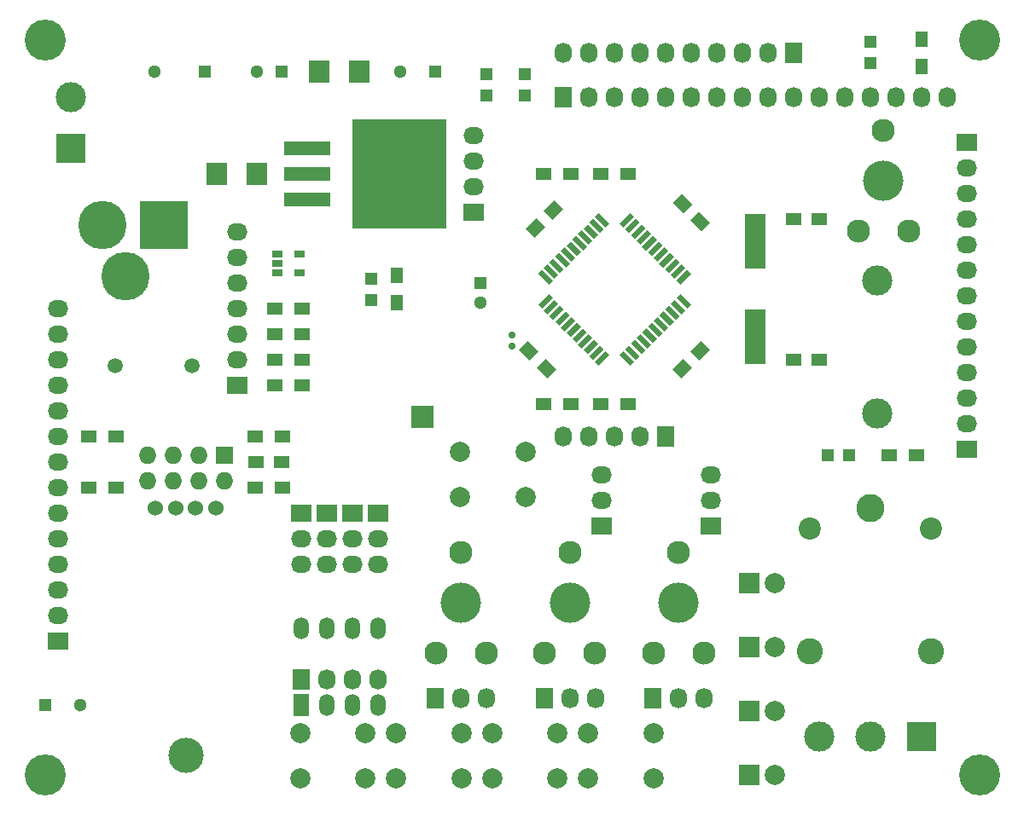
<source format=gbr>
G04 #@! TF.FileFunction,Soldermask,Top*
%FSLAX46Y46*%
G04 Gerber Fmt 4.6, Leading zero omitted, Abs format (unit mm)*
G04 Created by KiCad (PCBNEW 4.0.2-stable) date 01/06/2016 13:38:34*
%MOMM*%
G01*
G04 APERTURE LIST*
%ADD10C,0.100000*%
%ADD11C,0.700000*%
%ADD12C,1.524000*%
%ADD13C,3.500000*%
%ADD14R,1.198880X1.198880*%
%ADD15C,1.998980*%
%ADD16R,1.727200X2.032000*%
%ADD17O,1.727200X2.032000*%
%ADD18R,1.500000X1.250000*%
%ADD19R,1.300000X1.300000*%
%ADD20C,1.300000*%
%ADD21R,2.032000X1.727200*%
%ADD22O,2.032000X1.727200*%
%ADD23C,4.800600*%
%ADD24R,4.800600X4.800600*%
%ADD25R,2.000000X2.000000*%
%ADD26C,2.000000*%
%ADD27R,1.500000X1.300000*%
%ADD28R,1.300000X1.500000*%
%ADD29R,1.060000X0.650000*%
%ADD30R,1.727200X1.727200*%
%ADD31O,1.727200X1.727200*%
%ADD32R,4.600000X1.390000*%
%ADD33R,9.400000X10.800000*%
%ADD34R,2.235200X2.235200*%
%ADD35C,2.300000*%
%ADD36C,4.000000*%
%ADD37R,1.998980X2.301240*%
%ADD38C,4.064000*%
%ADD39C,3.000000*%
%ADD40C,1.500000*%
%ADD41R,1.498600X2.197100*%
%ADD42O,1.498600X2.197100*%
%ADD43R,2.999740X2.999740*%
%ADD44C,2.999740*%
%ADD45C,2.200000*%
%ADD46C,2.600000*%
%ADD47C,2.800000*%
%ADD48R,1.998980X5.499100*%
G04 APERTURE END LIST*
D10*
D11*
X160610000Y-98340000D03*
X160610000Y-97240000D03*
D12*
X131270000Y-114475000D03*
X129270000Y-114475000D03*
X127270000Y-114475000D03*
X125270000Y-114475000D03*
D13*
X128270000Y-138975000D03*
D14*
X161925000Y-71340980D03*
X161925000Y-73439020D03*
X158115000Y-71340980D03*
X158115000Y-73439020D03*
D15*
X139623800Y-141315440D03*
X146126200Y-136814560D03*
X139623800Y-136814560D03*
X146126200Y-141315440D03*
D16*
X139700000Y-131445000D03*
D17*
X142240000Y-131445000D03*
X144780000Y-131445000D03*
X147320000Y-131445000D03*
D18*
X137775000Y-109855000D03*
X135275000Y-109855000D03*
X188615000Y-99695000D03*
X191115000Y-99695000D03*
X191115000Y-85725000D03*
X188615000Y-85725000D03*
D10*
G36*
X176578845Y-84117729D02*
X177462729Y-83233845D01*
X178523389Y-84294505D01*
X177639505Y-85178389D01*
X176578845Y-84117729D01*
X176578845Y-84117729D01*
G37*
G36*
X178346611Y-85885495D02*
X179230495Y-85001611D01*
X180291155Y-86062271D01*
X179407271Y-86946155D01*
X178346611Y-85885495D01*
X178346611Y-85885495D01*
G37*
G36*
X162857729Y-87581155D02*
X161973845Y-86697271D01*
X163034505Y-85636611D01*
X163918389Y-86520495D01*
X162857729Y-87581155D01*
X162857729Y-87581155D01*
G37*
G36*
X164625495Y-85813389D02*
X163741611Y-84929505D01*
X164802271Y-83868845D01*
X165686155Y-84752729D01*
X164625495Y-85813389D01*
X164625495Y-85813389D01*
G37*
G36*
X165051155Y-100667271D02*
X164167271Y-101551155D01*
X163106611Y-100490495D01*
X163990495Y-99606611D01*
X165051155Y-100667271D01*
X165051155Y-100667271D01*
G37*
G36*
X163283389Y-98899505D02*
X162399505Y-99783389D01*
X161338845Y-98722729D01*
X162222729Y-97838845D01*
X163283389Y-98899505D01*
X163283389Y-98899505D01*
G37*
G36*
X177462729Y-101551155D02*
X176578845Y-100667271D01*
X177639505Y-99606611D01*
X178523389Y-100490495D01*
X177462729Y-101551155D01*
X177462729Y-101551155D01*
G37*
G36*
X179230495Y-99783389D02*
X178346611Y-98899505D01*
X179407271Y-97838845D01*
X180291155Y-98722729D01*
X179230495Y-99783389D01*
X179230495Y-99783389D01*
G37*
D19*
X130175000Y-71120000D03*
D20*
X125175000Y-71120000D03*
X117800000Y-133985000D03*
D19*
X114300000Y-133985000D03*
D20*
X135295000Y-71120000D03*
D19*
X137795000Y-71120000D03*
D20*
X149535000Y-71120000D03*
D19*
X153035000Y-71120000D03*
X157480000Y-92075000D03*
D20*
X157480000Y-94075000D03*
D21*
X156845000Y-85090000D03*
D22*
X156845000Y-82550000D03*
X156845000Y-80010000D03*
X156845000Y-77470000D03*
D21*
X139700000Y-114935000D03*
D22*
X139700000Y-117475000D03*
X139700000Y-120015000D03*
D23*
X120015000Y-86360000D03*
D24*
X126111000Y-86360000D03*
D23*
X122301000Y-91440000D03*
D21*
X205740000Y-78105000D03*
D22*
X205740000Y-80645000D03*
X205740000Y-83185000D03*
X205740000Y-85725000D03*
X205740000Y-88265000D03*
X205740000Y-90805000D03*
X205740000Y-93345000D03*
X205740000Y-95885000D03*
X205740000Y-98425000D03*
D21*
X115570000Y-127635000D03*
D22*
X115570000Y-125095000D03*
X115570000Y-122555000D03*
X115570000Y-120015000D03*
X115570000Y-117475000D03*
X115570000Y-114935000D03*
X115570000Y-112395000D03*
X115570000Y-109855000D03*
X115570000Y-107315000D03*
X115570000Y-104775000D03*
X115570000Y-102235000D03*
X115570000Y-99695000D03*
X115570000Y-97155000D03*
X115570000Y-94615000D03*
D16*
X188595000Y-69215000D03*
D17*
X186055000Y-69215000D03*
X183515000Y-69215000D03*
X180975000Y-69215000D03*
X178435000Y-69215000D03*
X175895000Y-69215000D03*
X173355000Y-69215000D03*
X170815000Y-69215000D03*
X168275000Y-69215000D03*
X165735000Y-69215000D03*
D21*
X205740000Y-108585000D03*
D22*
X205740000Y-106045000D03*
X205740000Y-103505000D03*
X205740000Y-100965000D03*
D16*
X165735000Y-73660000D03*
D17*
X168275000Y-73660000D03*
X170815000Y-73660000D03*
X173355000Y-73660000D03*
X175895000Y-73660000D03*
X178435000Y-73660000D03*
X180975000Y-73660000D03*
X183515000Y-73660000D03*
X186055000Y-73660000D03*
X188595000Y-73660000D03*
X191135000Y-73660000D03*
X193675000Y-73660000D03*
X196215000Y-73660000D03*
X198755000Y-73660000D03*
X201295000Y-73660000D03*
X203835000Y-73660000D03*
D14*
X194089020Y-109220000D03*
X191990980Y-109220000D03*
X146685000Y-91660980D03*
X146685000Y-93759020D03*
X196215000Y-68165980D03*
X196215000Y-70264020D03*
D25*
X184150000Y-140970000D03*
D26*
X186690000Y-140970000D03*
D25*
X184150000Y-134620000D03*
D26*
X186690000Y-134620000D03*
D25*
X184150000Y-128270000D03*
D26*
X186690000Y-128270000D03*
D25*
X184150000Y-121920000D03*
D26*
X186690000Y-121920000D03*
D21*
X142240000Y-114935000D03*
D22*
X142240000Y-117475000D03*
X142240000Y-120015000D03*
D16*
X153035000Y-133350000D03*
D17*
X155575000Y-133350000D03*
X158115000Y-133350000D03*
D16*
X163830000Y-133350000D03*
D17*
X166370000Y-133350000D03*
X168910000Y-133350000D03*
D16*
X174625000Y-133350000D03*
D17*
X177165000Y-133350000D03*
X179705000Y-133350000D03*
D21*
X169545000Y-116205000D03*
D22*
X169545000Y-113665000D03*
X169545000Y-111125000D03*
D21*
X180340000Y-116205000D03*
D22*
X180340000Y-113665000D03*
X180340000Y-111125000D03*
D27*
X198040000Y-109220000D03*
X200740000Y-109220000D03*
X121365000Y-107315000D03*
X118665000Y-107315000D03*
X121365000Y-112395000D03*
X118665000Y-112395000D03*
X135175000Y-107315000D03*
X137875000Y-107315000D03*
X139780000Y-102235000D03*
X137080000Y-102235000D03*
X135175000Y-112395000D03*
X137875000Y-112395000D03*
X137080000Y-97155000D03*
X139780000Y-97155000D03*
X137080000Y-99695000D03*
X139780000Y-99695000D03*
X137080000Y-94615000D03*
X139780000Y-94615000D03*
D28*
X149225000Y-94060000D03*
X149225000Y-91360000D03*
D27*
X172165000Y-81280000D03*
X169465000Y-81280000D03*
X163750000Y-81280000D03*
X166450000Y-81280000D03*
X163750000Y-104140000D03*
X166450000Y-104140000D03*
X169465000Y-104140000D03*
X172165000Y-104140000D03*
D28*
X201295000Y-67865000D03*
X201295000Y-70565000D03*
D29*
X137330000Y-89220000D03*
X137330000Y-90170000D03*
X137330000Y-91120000D03*
X139530000Y-91120000D03*
X139530000Y-89220000D03*
D30*
X132080000Y-109220000D03*
D31*
X132080000Y-111760000D03*
X129540000Y-109220000D03*
X129540000Y-111760000D03*
X127000000Y-109220000D03*
X127000000Y-111760000D03*
X124460000Y-109220000D03*
X124460000Y-111760000D03*
D32*
X140335000Y-81280000D03*
D33*
X149485000Y-81280000D03*
D32*
X140335000Y-83820000D03*
X140335000Y-78740000D03*
D10*
G36*
X168888134Y-85515188D02*
X169277042Y-85126280D01*
X170337702Y-86186940D01*
X169948794Y-86575848D01*
X168888134Y-85515188D01*
X168888134Y-85515188D01*
G37*
G36*
X168322449Y-86080874D02*
X168711357Y-85691966D01*
X169772017Y-86752626D01*
X169383109Y-87141534D01*
X168322449Y-86080874D01*
X168322449Y-86080874D01*
G37*
G36*
X167756764Y-86646559D02*
X168145672Y-86257651D01*
X169206332Y-87318311D01*
X168817424Y-87707219D01*
X167756764Y-86646559D01*
X167756764Y-86646559D01*
G37*
G36*
X167191078Y-87212244D02*
X167579986Y-86823336D01*
X168640646Y-87883996D01*
X168251738Y-88272904D01*
X167191078Y-87212244D01*
X167191078Y-87212244D01*
G37*
G36*
X166625393Y-87777930D02*
X167014301Y-87389022D01*
X168074961Y-88449682D01*
X167686053Y-88838590D01*
X166625393Y-87777930D01*
X166625393Y-87777930D01*
G37*
G36*
X166059707Y-88343615D02*
X166448615Y-87954707D01*
X167509275Y-89015367D01*
X167120367Y-89404275D01*
X166059707Y-88343615D01*
X166059707Y-88343615D01*
G37*
G36*
X165494022Y-88909301D02*
X165882930Y-88520393D01*
X166943590Y-89581053D01*
X166554682Y-89969961D01*
X165494022Y-88909301D01*
X165494022Y-88909301D01*
G37*
G36*
X164928336Y-89474986D02*
X165317244Y-89086078D01*
X166377904Y-90146738D01*
X165988996Y-90535646D01*
X164928336Y-89474986D01*
X164928336Y-89474986D01*
G37*
G36*
X164362651Y-90040672D02*
X164751559Y-89651764D01*
X165812219Y-90712424D01*
X165423311Y-91101332D01*
X164362651Y-90040672D01*
X164362651Y-90040672D01*
G37*
G36*
X163796966Y-90606357D02*
X164185874Y-90217449D01*
X165246534Y-91278109D01*
X164857626Y-91667017D01*
X163796966Y-90606357D01*
X163796966Y-90606357D01*
G37*
G36*
X163231280Y-91172042D02*
X163620188Y-90783134D01*
X164680848Y-91843794D01*
X164291940Y-92232702D01*
X163231280Y-91172042D01*
X163231280Y-91172042D01*
G37*
G36*
X163620188Y-94636866D02*
X163231280Y-94247958D01*
X164291940Y-93187298D01*
X164680848Y-93576206D01*
X163620188Y-94636866D01*
X163620188Y-94636866D01*
G37*
G36*
X164185874Y-95202551D02*
X163796966Y-94813643D01*
X164857626Y-93752983D01*
X165246534Y-94141891D01*
X164185874Y-95202551D01*
X164185874Y-95202551D01*
G37*
G36*
X164751559Y-95768236D02*
X164362651Y-95379328D01*
X165423311Y-94318668D01*
X165812219Y-94707576D01*
X164751559Y-95768236D01*
X164751559Y-95768236D01*
G37*
G36*
X165317244Y-96333922D02*
X164928336Y-95945014D01*
X165988996Y-94884354D01*
X166377904Y-95273262D01*
X165317244Y-96333922D01*
X165317244Y-96333922D01*
G37*
G36*
X165882930Y-96899607D02*
X165494022Y-96510699D01*
X166554682Y-95450039D01*
X166943590Y-95838947D01*
X165882930Y-96899607D01*
X165882930Y-96899607D01*
G37*
G36*
X166448615Y-97465293D02*
X166059707Y-97076385D01*
X167120367Y-96015725D01*
X167509275Y-96404633D01*
X166448615Y-97465293D01*
X166448615Y-97465293D01*
G37*
G36*
X167014301Y-98030978D02*
X166625393Y-97642070D01*
X167686053Y-96581410D01*
X168074961Y-96970318D01*
X167014301Y-98030978D01*
X167014301Y-98030978D01*
G37*
G36*
X167579986Y-98596664D02*
X167191078Y-98207756D01*
X168251738Y-97147096D01*
X168640646Y-97536004D01*
X167579986Y-98596664D01*
X167579986Y-98596664D01*
G37*
G36*
X168145672Y-99162349D02*
X167756764Y-98773441D01*
X168817424Y-97712781D01*
X169206332Y-98101689D01*
X168145672Y-99162349D01*
X168145672Y-99162349D01*
G37*
G36*
X168711357Y-99728034D02*
X168322449Y-99339126D01*
X169383109Y-98278466D01*
X169772017Y-98667374D01*
X168711357Y-99728034D01*
X168711357Y-99728034D01*
G37*
G36*
X169277042Y-100293720D02*
X168888134Y-99904812D01*
X169948794Y-98844152D01*
X170337702Y-99233060D01*
X169277042Y-100293720D01*
X169277042Y-100293720D01*
G37*
G36*
X171292298Y-99233060D02*
X171681206Y-98844152D01*
X172741866Y-99904812D01*
X172352958Y-100293720D01*
X171292298Y-99233060D01*
X171292298Y-99233060D01*
G37*
G36*
X171857983Y-98667374D02*
X172246891Y-98278466D01*
X173307551Y-99339126D01*
X172918643Y-99728034D01*
X171857983Y-98667374D01*
X171857983Y-98667374D01*
G37*
G36*
X172423668Y-98101689D02*
X172812576Y-97712781D01*
X173873236Y-98773441D01*
X173484328Y-99162349D01*
X172423668Y-98101689D01*
X172423668Y-98101689D01*
G37*
G36*
X172989354Y-97536004D02*
X173378262Y-97147096D01*
X174438922Y-98207756D01*
X174050014Y-98596664D01*
X172989354Y-97536004D01*
X172989354Y-97536004D01*
G37*
G36*
X173555039Y-96970318D02*
X173943947Y-96581410D01*
X175004607Y-97642070D01*
X174615699Y-98030978D01*
X173555039Y-96970318D01*
X173555039Y-96970318D01*
G37*
G36*
X174120725Y-96404633D02*
X174509633Y-96015725D01*
X175570293Y-97076385D01*
X175181385Y-97465293D01*
X174120725Y-96404633D01*
X174120725Y-96404633D01*
G37*
G36*
X174686410Y-95838947D02*
X175075318Y-95450039D01*
X176135978Y-96510699D01*
X175747070Y-96899607D01*
X174686410Y-95838947D01*
X174686410Y-95838947D01*
G37*
G36*
X175252096Y-95273262D02*
X175641004Y-94884354D01*
X176701664Y-95945014D01*
X176312756Y-96333922D01*
X175252096Y-95273262D01*
X175252096Y-95273262D01*
G37*
G36*
X175817781Y-94707576D02*
X176206689Y-94318668D01*
X177267349Y-95379328D01*
X176878441Y-95768236D01*
X175817781Y-94707576D01*
X175817781Y-94707576D01*
G37*
G36*
X176383466Y-94141891D02*
X176772374Y-93752983D01*
X177833034Y-94813643D01*
X177444126Y-95202551D01*
X176383466Y-94141891D01*
X176383466Y-94141891D01*
G37*
G36*
X176949152Y-93576206D02*
X177338060Y-93187298D01*
X178398720Y-94247958D01*
X178009812Y-94636866D01*
X176949152Y-93576206D01*
X176949152Y-93576206D01*
G37*
G36*
X177338060Y-92232702D02*
X176949152Y-91843794D01*
X178009812Y-90783134D01*
X178398720Y-91172042D01*
X177338060Y-92232702D01*
X177338060Y-92232702D01*
G37*
G36*
X176772374Y-91667017D02*
X176383466Y-91278109D01*
X177444126Y-90217449D01*
X177833034Y-90606357D01*
X176772374Y-91667017D01*
X176772374Y-91667017D01*
G37*
G36*
X176206689Y-91101332D02*
X175817781Y-90712424D01*
X176878441Y-89651764D01*
X177267349Y-90040672D01*
X176206689Y-91101332D01*
X176206689Y-91101332D01*
G37*
G36*
X175641004Y-90535646D02*
X175252096Y-90146738D01*
X176312756Y-89086078D01*
X176701664Y-89474986D01*
X175641004Y-90535646D01*
X175641004Y-90535646D01*
G37*
G36*
X175075318Y-89969961D02*
X174686410Y-89581053D01*
X175747070Y-88520393D01*
X176135978Y-88909301D01*
X175075318Y-89969961D01*
X175075318Y-89969961D01*
G37*
G36*
X174509633Y-89404275D02*
X174120725Y-89015367D01*
X175181385Y-87954707D01*
X175570293Y-88343615D01*
X174509633Y-89404275D01*
X174509633Y-89404275D01*
G37*
G36*
X173943947Y-88838590D02*
X173555039Y-88449682D01*
X174615699Y-87389022D01*
X175004607Y-87777930D01*
X173943947Y-88838590D01*
X173943947Y-88838590D01*
G37*
G36*
X173378262Y-88272904D02*
X172989354Y-87883996D01*
X174050014Y-86823336D01*
X174438922Y-87212244D01*
X173378262Y-88272904D01*
X173378262Y-88272904D01*
G37*
G36*
X172812576Y-87707219D02*
X172423668Y-87318311D01*
X173484328Y-86257651D01*
X173873236Y-86646559D01*
X172812576Y-87707219D01*
X172812576Y-87707219D01*
G37*
G36*
X172246891Y-87141534D02*
X171857983Y-86752626D01*
X172918643Y-85691966D01*
X173307551Y-86080874D01*
X172246891Y-87141534D01*
X172246891Y-87141534D01*
G37*
G36*
X171681206Y-86575848D02*
X171292298Y-86186940D01*
X172352958Y-85126280D01*
X172741866Y-85515188D01*
X171681206Y-86575848D01*
X171681206Y-86575848D01*
G37*
D21*
X133350000Y-102235000D03*
D22*
X133350000Y-99695000D03*
X133350000Y-97155000D03*
X133350000Y-94615000D03*
X133350000Y-92075000D03*
X133350000Y-89535000D03*
X133350000Y-86995000D03*
D21*
X144780000Y-114935000D03*
D22*
X144780000Y-117475000D03*
X144780000Y-120015000D03*
D21*
X147320000Y-114935000D03*
D22*
X147320000Y-117475000D03*
X147320000Y-120015000D03*
D34*
X151765000Y-105410000D03*
D35*
X163870000Y-128825000D03*
X166370000Y-118825000D03*
X168870000Y-128825000D03*
D36*
X166370000Y-123825000D03*
D35*
X194985000Y-86915000D03*
X197485000Y-76915000D03*
X199985000Y-86915000D03*
D36*
X197485000Y-81915000D03*
D35*
X174665000Y-128825000D03*
X177165000Y-118825000D03*
X179665000Y-128825000D03*
D36*
X177165000Y-123825000D03*
D37*
X145519140Y-71120000D03*
X141500860Y-71120000D03*
D38*
X114300000Y-67945000D03*
X207010000Y-67945000D03*
D39*
X196850000Y-105029000D03*
X196850000Y-91821000D03*
D40*
X121295000Y-100330000D03*
X128895000Y-100330000D03*
D37*
X135359140Y-81280000D03*
X131340860Y-81280000D03*
D41*
X139700000Y-133972300D03*
D42*
X142240000Y-133985000D03*
X144780000Y-133985000D03*
X147320000Y-133985000D03*
X147320000Y-126365000D03*
X144780000Y-126365000D03*
X142240000Y-126365000D03*
X139700000Y-126365000D03*
D16*
X175895000Y-107315000D03*
D17*
X173355000Y-107315000D03*
X170815000Y-107315000D03*
X168275000Y-107315000D03*
X165735000Y-107315000D03*
D43*
X116840000Y-78740000D03*
D44*
X116840000Y-73660000D03*
D35*
X153075000Y-128825000D03*
X155575000Y-118825000D03*
X158075000Y-128825000D03*
D36*
X155575000Y-123825000D03*
D45*
X190215000Y-116455000D03*
D46*
X190215000Y-128655000D03*
X202215000Y-128655000D03*
D45*
X202215000Y-116455000D03*
D47*
X196215000Y-114455000D03*
D43*
X201295000Y-137160000D03*
D44*
X196215000Y-137160000D03*
X191135000Y-137160000D03*
D48*
X184785000Y-97459800D03*
X184785000Y-87960200D03*
D38*
X114300000Y-140970000D03*
X207010000Y-140970000D03*
D15*
X149148800Y-141315440D03*
X155651200Y-136814560D03*
X149148800Y-136814560D03*
X155651200Y-141315440D03*
X158673800Y-141315440D03*
X165176200Y-136814560D03*
X158673800Y-136814560D03*
X165176200Y-141315440D03*
X168198800Y-141315440D03*
X174701200Y-136814560D03*
X168198800Y-136814560D03*
X174701200Y-141315440D03*
X162001200Y-108874560D03*
X155498800Y-113375440D03*
X162001200Y-113375440D03*
X155498800Y-108874560D03*
M02*

</source>
